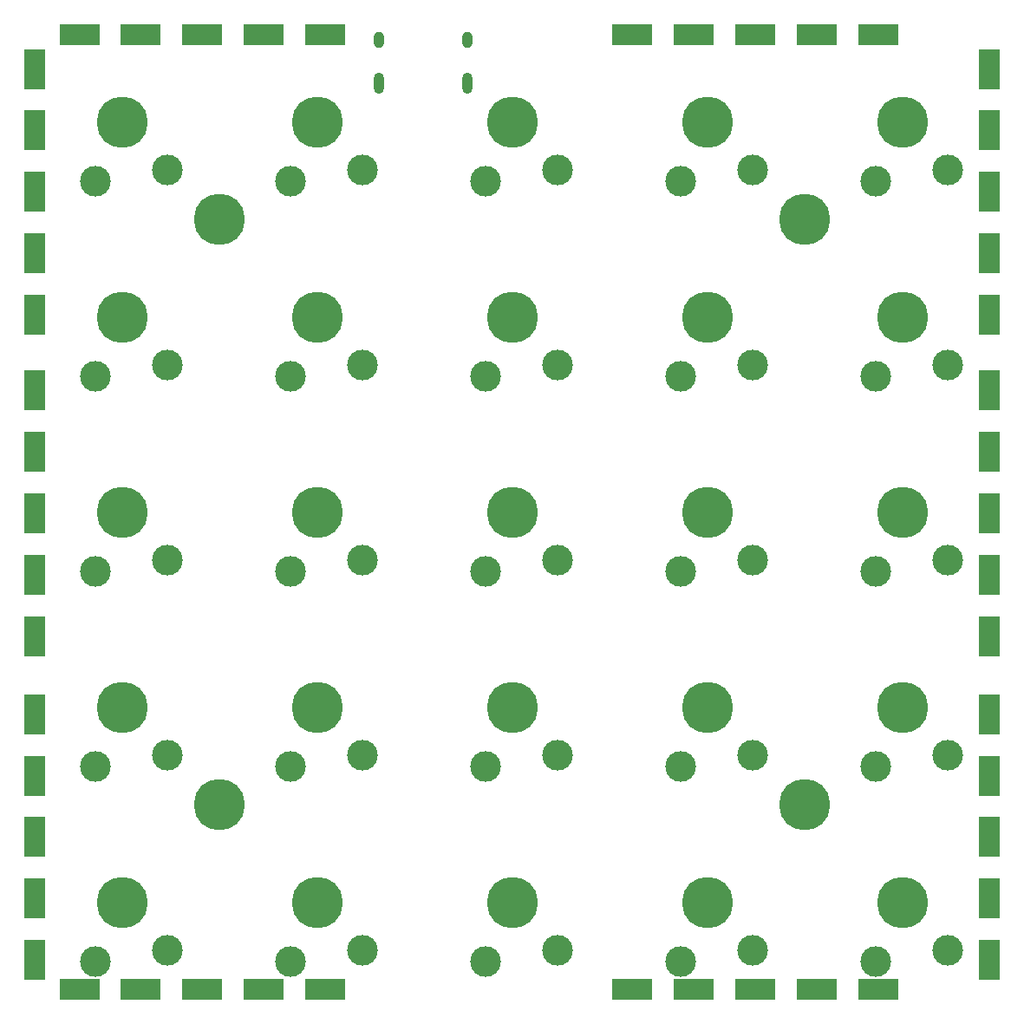
<source format=gts>
%TF.GenerationSoftware,KiCad,Pcbnew,(6.0.2)*%
%TF.CreationDate,2022-04-11T13:37:05+01:00*%
%TF.ProjectId,v2,76322e6b-6963-4616-945f-706362585858,rev?*%
%TF.SameCoordinates,Original*%
%TF.FileFunction,Soldermask,Top*%
%TF.FilePolarity,Negative*%
%FSLAX46Y46*%
G04 Gerber Fmt 4.6, Leading zero omitted, Abs format (unit mm)*
G04 Created by KiCad (PCBNEW (6.0.2)) date 2022-04-11 13:37:05*
%MOMM*%
%LPD*%
G01*
G04 APERTURE LIST*
%ADD10C,5.000000*%
%ADD11C,3.000000*%
%ADD12R,4.000000X2.000000*%
%ADD13R,2.000000X4.000000*%
%ADD14O,1.000000X1.600000*%
%ADD15O,1.000000X2.100000*%
G04 APERTURE END LIST*
D10*
%TO.C,SW6*%
X28937500Y-57212500D03*
D11*
X33337500Y-61912500D03*
X26337500Y-62962500D03*
%TD*%
D12*
%TO.C,J1*%
X24787500Y-29637500D03*
X30787500Y-29637500D03*
X36787500Y-29637500D03*
X42787500Y-29637500D03*
X48787500Y-29637500D03*
%TD*%
D10*
%TO.C,SW4*%
X86087500Y-38162500D03*
D11*
X90487500Y-42862500D03*
X83487500Y-43912500D03*
%TD*%
D13*
%TO.C,J5*%
X20412500Y-95987500D03*
X20412500Y-101987500D03*
X20412500Y-107987500D03*
X20412500Y-113987500D03*
X20412500Y-119987500D03*
%TD*%
%TO.C,J9*%
X113662500Y-95987500D03*
X113662500Y-101987500D03*
X113662500Y-107987500D03*
X113662500Y-113987500D03*
X113662500Y-119987500D03*
%TD*%
D10*
%TO.C,SW10*%
X105137500Y-57212500D03*
D11*
X109537500Y-61912500D03*
X102537500Y-62962500D03*
%TD*%
D13*
%TO.C,J7*%
X113662500Y-32987500D03*
X113662500Y-38987500D03*
X113662500Y-44987500D03*
X113662500Y-50987500D03*
X113662500Y-56987500D03*
%TD*%
D10*
%TO.C,SW9*%
X86087500Y-57212500D03*
D11*
X90487500Y-61912500D03*
X83487500Y-62962500D03*
%TD*%
D10*
%TO.C,H4*%
X38462500Y-47687500D03*
%TD*%
%TO.C,H3*%
X95612500Y-47687500D03*
%TD*%
%TO.C,SW2*%
X47987500Y-38162500D03*
D11*
X52387500Y-42862500D03*
X45387500Y-43912500D03*
%TD*%
D12*
%TO.C,J4*%
X78787500Y-122862500D03*
X84787500Y-122862500D03*
X90787500Y-122862500D03*
X96787500Y-122862500D03*
X102787500Y-122862500D03*
%TD*%
D10*
%TO.C,SW5*%
X105137500Y-38162500D03*
D11*
X109537500Y-42862500D03*
X102537500Y-43912500D03*
%TD*%
D10*
%TO.C,SW21*%
X28937500Y-114362500D03*
D11*
X33337500Y-119062500D03*
X26337500Y-120112500D03*
%TD*%
D13*
%TO.C,J8*%
X113662500Y-64362500D03*
X113662500Y-70362500D03*
X113662500Y-76362500D03*
X113662500Y-82362500D03*
X113662500Y-88362500D03*
%TD*%
D12*
%TO.C,J3*%
X78787500Y-29637500D03*
X84787500Y-29637500D03*
X90787500Y-29637500D03*
X96787500Y-29637500D03*
X102787500Y-29637500D03*
%TD*%
D10*
%TO.C,SW22*%
X47987500Y-114362500D03*
D11*
X52387500Y-119062500D03*
X45387500Y-120112500D03*
%TD*%
D10*
%TO.C,SW13*%
X67037500Y-76262500D03*
D11*
X71437500Y-80962500D03*
X64437500Y-82012500D03*
%TD*%
D10*
%TO.C,SW1*%
X28937500Y-38162500D03*
D11*
X33337500Y-42862500D03*
X26337500Y-43912500D03*
%TD*%
D13*
%TO.C,J10*%
X20412500Y-32987500D03*
X20412500Y-38987500D03*
X20412500Y-44987500D03*
X20412500Y-50987500D03*
X20412500Y-56987500D03*
%TD*%
D10*
%TO.C,SW14*%
X86087500Y-76262500D03*
D11*
X90487500Y-80962500D03*
X83487500Y-82012500D03*
%TD*%
D10*
%TO.C,SW19*%
X86087500Y-95312500D03*
D11*
X90487500Y-100012500D03*
X83487500Y-101062500D03*
%TD*%
D10*
%TO.C,SW17*%
X47987500Y-95312500D03*
D11*
X52387500Y-100012500D03*
X45387500Y-101062500D03*
%TD*%
D10*
%TO.C,H2*%
X95612500Y-104837500D03*
%TD*%
%TO.C,SW15*%
X105137500Y-76262500D03*
D11*
X109537500Y-80962500D03*
X102537500Y-82012500D03*
%TD*%
D10*
%TO.C,SW16*%
X28937500Y-95312500D03*
D11*
X33337500Y-100012500D03*
X26337500Y-101062500D03*
%TD*%
D10*
%TO.C,SW24*%
X86087500Y-114362500D03*
D11*
X90487500Y-119062500D03*
X83487500Y-120112500D03*
%TD*%
D10*
%TO.C,H1*%
X38462500Y-104837500D03*
%TD*%
D12*
%TO.C,J2*%
X24787500Y-122862500D03*
X30787500Y-122862500D03*
X36787500Y-122862500D03*
X42787500Y-122862500D03*
X48787500Y-122862500D03*
%TD*%
D10*
%TO.C,SW20*%
X105137500Y-95312500D03*
D11*
X109537500Y-100012500D03*
X102537500Y-101062500D03*
%TD*%
D10*
%TO.C,SW23*%
X67037500Y-114362500D03*
D11*
X71437500Y-119062500D03*
X64437500Y-120112500D03*
%TD*%
D10*
%TO.C,SW18*%
X67037500Y-95312500D03*
D11*
X71437500Y-100012500D03*
X64437500Y-101062500D03*
%TD*%
D10*
%TO.C,SW3*%
X67037500Y-38162500D03*
D11*
X71437500Y-42862500D03*
X64437500Y-43912500D03*
%TD*%
D10*
%TO.C,SW25*%
X105137500Y-114362500D03*
D11*
X109537500Y-119062500D03*
X102537500Y-120112500D03*
%TD*%
D10*
%TO.C,SW7*%
X47987500Y-57212500D03*
D11*
X52387500Y-61912500D03*
X45387500Y-62962500D03*
%TD*%
D10*
%TO.C,SW11*%
X28937500Y-76262500D03*
D11*
X33337500Y-80962500D03*
X26337500Y-82012500D03*
%TD*%
D10*
%TO.C,SW12*%
X47987500Y-76262500D03*
D11*
X52387500Y-80962500D03*
X45387500Y-82012500D03*
%TD*%
D13*
%TO.C,J6*%
X20412500Y-64362500D03*
X20412500Y-70362500D03*
X20412500Y-76362500D03*
X20412500Y-82362500D03*
X20412500Y-88362500D03*
%TD*%
D10*
%TO.C,SW8*%
X67037500Y-57212500D03*
D11*
X71437500Y-61912500D03*
X64437500Y-62962500D03*
%TD*%
D14*
%TO.C,J11*%
X62632500Y-30177500D03*
D15*
X53992500Y-34357500D03*
D14*
X53992500Y-30177500D03*
D15*
X62632500Y-34357500D03*
%TD*%
M02*

</source>
